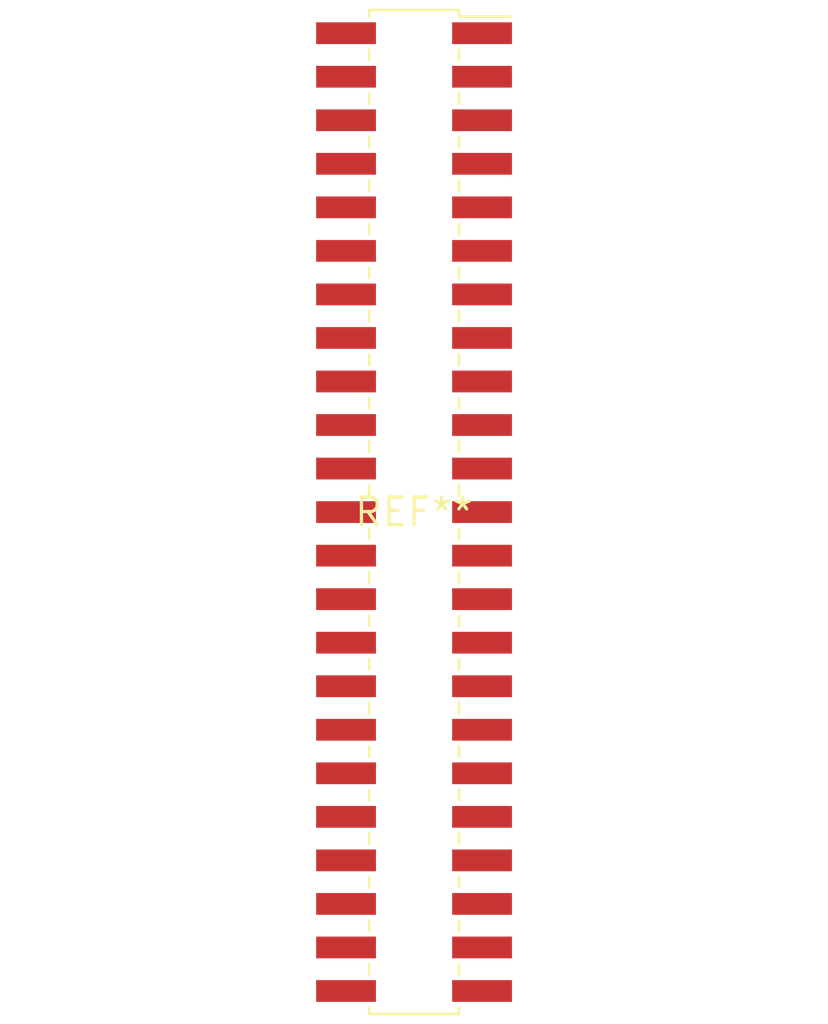
<source format=kicad_pcb>
(kicad_pcb (version 20240108) (generator pcbnew)
  (layers (0 "F.Cu" signal) (31 "B.Cu" signal) (34 "B.Paste" user) (35 "F.Paste" user) (36 "B.SilkS" user "B.Silkscreen") (37 "F.SilkS" user "F.Silkscreen") (38 "B.Mask" user) (39 "F.Mask" user) (44 "Edge.Cuts" user))
  (net 0 "")
  (footprint "PinSocket_2x23_P2.00mm_Vertical_SMD" (layer "F.Cu") (at 0 0)
    (property "Reference" "REF**")
    (property "Value" "PinSocket_2x23_P2.00mm_Vertical_SMD")
    (fp_line (start -2.06 -23.06) (end -2.06 -22.76) (layer "F.SilkS") (stroke (width 0.12)))
    (fp_line (start -2.06 -23.06) (end 2.06 -23.06) (layer "F.SilkS") (stroke (width 0.12)))
    (fp_line (start -2.06 -21.24) (end -2.06 -20.76) (layer "F.SilkS") (stroke (width 0.12)))
    (fp_line (start -2.06 -19.24) (end -2.06 -18.76) (layer "F.SilkS") (stroke (width 0.12)))
    (fp_line (start -2.06 -17.24) (end -2.06 -16.76) (layer "F.SilkS") (stroke (width 0.12)))
    (fp_line (start -2.06 -15.24) (end -2.06 -14.76) (layer "F.SilkS") (stroke (width 0.12)))
    (fp_line (start -2.06 -13.24) (end -2.06 -12.76) (layer "F.SilkS") (stroke (width 0.12)))
    (fp_line (start -2.06 -11.24) (end -2.06 -10.76) (layer "F.SilkS") (stroke (width 0.12)))
    (fp_line (start -2.06 -9.24) (end -2.06 -8.76) (layer "F.SilkS") (stroke (width 0.12)))
    (fp_line (start -2.06 -7.24) (end -2.06 -6.76) (layer "F.SilkS") (stroke (width 0.12)))
    (fp_line (start -2.06 -5.24) (end -2.06 -4.76) (layer "F.SilkS") (stroke (width 0.12)))
    (fp_line (start -2.06 -3.24) (end -2.06 -2.76) (layer "F.SilkS") (stroke (width 0.12)))
    (fp_line (start -2.06 -1.24) (end -2.06 -0.76) (layer "F.SilkS") (stroke (width 0.12)))
    (fp_line (start -2.06 0.76) (end -2.06 1.24) (layer "F.SilkS") (stroke (width 0.12)))
    (fp_line (start -2.06 2.76) (end -2.06 3.24) (layer "F.SilkS") (stroke (width 0.12)))
    (fp_line (start -2.06 4.76) (end -2.06 5.24) (layer "F.SilkS") (stroke (width 0.12)))
    (fp_line (start -2.06 6.76) (end -2.06 7.24) (layer "F.SilkS") (stroke (width 0.12)))
    (fp_line (start -2.06 8.76) (end -2.06 9.24) (layer "F.SilkS") (stroke (width 0.12)))
    (fp_line (start -2.06 10.76) (end -2.06 11.24) (layer "F.SilkS") (stroke (width 0.12)))
    (fp_line (start -2.06 12.76) (end -2.06 13.24) (layer "F.SilkS") (stroke (width 0.12)))
    (fp_line (start -2.06 14.76) (end -2.06 15.24) (layer "F.SilkS") (stroke (width 0.12)))
    (fp_line (start -2.06 16.76) (end -2.06 17.24) (layer "F.SilkS") (stroke (width 0.12)))
    (fp_line (start -2.06 18.76) (end -2.06 19.24) (layer "F.SilkS") (stroke (width 0.12)))
    (fp_line (start -2.06 20.76) (end -2.06 21.24) (layer "F.SilkS") (stroke (width 0.12)))
    (fp_line (start -2.06 22.76) (end -2.06 23.06) (layer "F.SilkS") (stroke (width 0.12)))
    (fp_line (start -2.06 23.06) (end 2.06 23.06) (layer "F.SilkS") (stroke (width 0.12)))
    (fp_line (start 2.06 -23.06) (end 2.06 -22.76) (layer "F.SilkS") (stroke (width 0.12)))
    (fp_line (start 2.06 -22.76) (end 4.44 -22.76) (layer "F.SilkS") (stroke (width 0.12)))
    (fp_line (start 2.06 -21.24) (end 2.06 -20.76) (layer "F.SilkS") (stroke (width 0.12)))
    (fp_line (start 2.06 -19.24) (end 2.06 -18.76) (layer "F.SilkS") (stroke (width 0.12)))
    (fp_line (start 2.06 -17.24) (end 2.06 -16.76) (layer "F.SilkS") (stroke (width 0.12)))
    (fp_line (start 2.06 -15.24) (end 2.06 -14.76) (layer "F.SilkS") (stroke (width 0.12)))
    (fp_line (start 2.06 -13.24) (end 2.06 -12.76) (layer "F.SilkS") (stroke (width 0.12)))
    (fp_line (start 2.06 -11.24) (end 2.06 -10.76) (layer "F.SilkS") (stroke (width 0.12)))
    (fp_line (start 2.06 -9.24) (end 2.06 -8.76) (layer "F.SilkS") (stroke (width 0.12)))
    (fp_line (start 2.06 -7.24) (end 2.06 -6.76) (layer "F.SilkS") (stroke (width 0.12)))
    (fp_line (start 2.06 -5.24) (end 2.06 -4.76) (layer "F.SilkS") (stroke (width 0.12)))
    (fp_line (start 2.06 -3.24) (end 2.06 -2.76) (layer "F.SilkS") (stroke (width 0.12)))
    (fp_line (start 2.06 -1.24) (end 2.06 -0.76) (layer "F.SilkS") (stroke (width 0.12)))
    (fp_line (start 2.06 0.76) (end 2.06 1.24) (layer "F.SilkS") (stroke (width 0.12)))
    (fp_line (start 2.06 2.76) (end 2.06 3.24) (layer "F.SilkS") (stroke (width 0.12)))
    (fp_line (start 2.06 4.76) (end 2.06 5.24) (layer "F.SilkS") (stroke (width 0.12)))
    (fp_line (start 2.06 6.76) (end 2.06 7.24) (layer "F.SilkS") (stroke (width 0.12)))
    (fp_line (start 2.06 8.76) (end 2.06 9.24) (layer "F.SilkS") (stroke (width 0.12)))
    (fp_line (start 2.06 10.76) (end 2.06 11.24) (layer "F.SilkS") (stroke (width 0.12)))
    (fp_line (start 2.06 12.76) (end 2.06 13.24) (layer "F.SilkS") (stroke (width 0.12)))
    (fp_line (start 2.06 14.76) (end 2.06 15.24) (layer "F.SilkS") (stroke (width 0.12)))
    (fp_line (start 2.06 16.76) (end 2.06 17.24) (layer "F.SilkS") (stroke (width 0.12)))
    (fp_line (start 2.06 18.76) (end 2.06 19.24) (layer "F.SilkS") (stroke (width 0.12)))
    (fp_line (start 2.06 20.76) (end 2.06 21.24) (layer "F.SilkS") (stroke (width 0.12)))
    (fp_line (start 2.06 22.76) (end 2.06 23.06) (layer "F.SilkS") (stroke (width 0.12)))
    (pad "1" smd rect (at 3.125 -22) (size 2.75 1) (layers "F.Cu" "F.Paste" "F.Mask"))
    (pad "2" smd rect (at -3.125 -22) (size 2.75 1) (layers "F.Cu" "F.Paste" "F.Mask"))
    (pad "3" smd rect (at 3.125 -20) (size 2.75 1) (layers "F.Cu" "F.Paste" "F.Mask"))
    (pad "4" smd rect (at -3.125 -20) (size 2.75 1) (layers "F.Cu" "F.Paste" "F.Mask"))
    (pad "5" smd rect (at 3.125 -18) (size 2.75 1) (layers "F.Cu" "F.Paste" "F.Mask"))
    (pad "6" smd rect (at -3.125 -18) (size 2.75 1) (layers "F.Cu" "F.Paste" "F.Mask"))
    (pad "7" smd rect (at 3.125 -16) (size 2.75 1) (layers "F.Cu" "F.Paste" "F.Mask"))
    (pad "8" smd rect (at -3.125 -16) (size 2.75 1) (layers "F.Cu" "F.Paste" "F.Mask"))
    (pad "9" smd rect (at 3.125 -14) (size 2.75 1) (layers "F.Cu" "F.Paste" "F.Mask"))
    (pad "10" smd rect (at -3.125 -14) (size 2.75 1) (layers "F.Cu" "F.Paste" "F.Mask"))
    (pad "11" smd rect (at 3.125 -12) (size 2.75 1) (layers "F.Cu" "F.Paste" "F.Mask"))
    (pad "12" smd rect (at -3.125 -12) (size 2.75 1) (layers "F.Cu" "F.Paste" "F.Mask"))
    (pad "13" smd rect (at 3.125 -10) (size 2.75 1) (layers "F.Cu" "F.Paste" "F.Mask"))
    (pad "14" smd rect (at -3.125 -10) (size 2.75 1) (layers "F.Cu" "F.Paste" "F.Mask"))
    (pad "15" smd rect (at 3.125 -8) (size 2.75 1) (layers "F.Cu" "F.Paste" "F.Mask"))
    (pad "16" smd rect (at -3.125 -8) (size 2.75 1) (layers "F.Cu" "F.Paste" "F.Mask"))
    (pad "17" smd rect (at 3.125 -6) (size 2.75 1) (layers "F.Cu" "F.Paste" "F.Mask"))
    (pad "18" smd rect (at -3.125 -6) (size 2.75 1) (layers "F.Cu" "F.Paste" "F.Mask"))
    (pad "19" smd rect (at 3.125 -4) (size 2.75 1) (layers "F.Cu" "F.Paste" "F.Mask"))
    (pad "20" smd rect (at -3.125 -4) (size 2.75 1) (layers "F.Cu" "F.Paste" "F.Mask"))
    (pad "21" smd rect (at 3.125 -2) (size 2.75 1) (layers "F.Cu" "F.Paste" "F.Mask"))
    (pad "22" smd rect (at -3.125 -2) (size 2.75 1) (layers "F.Cu" "F.Paste" "F.Mask"))
    (pad "23" smd rect (at 3.125 0) (size 2.75 1) (layers "F.Cu" "F.Paste" "F.Mask"))
    (pad "24" smd rect (at -3.125 0) (size 2.75 1) (layers "F.Cu" "F.Paste" "F.Mask"))
    (pad "25" smd rect (at 3.125 2) (size 2.75 1) (layers "F.Cu" "F.Paste" "F.Mask"))
    (pad "26" smd rect (at -3.125 2) (size 2.75 1) (layers "F.Cu" "F.Paste" "F.Mask"))
    (pad "27" smd rect (at 3.125 4) (size 2.75 1) (layers "F.Cu" "F.Paste" "F.Mask"))
    (pad "28" smd rect (at -3.125 4) (size 2.75 1) (layers "F.Cu" "F.Paste" "F.Mask"))
    (pad "29" smd rect (at 3.125 6) (size 2.75 1) (layers "F.Cu" "F.Paste" "F.Mask"))
    (pad "30" smd rect (at -3.125 6) (size 2.75 1) (layers "F.Cu" "F.Paste" "F.Mask"))
    (pad "31" smd rect (at 3.125 8) (size 2.75 1) (layers "F.Cu" "F.Paste" "F.Mask"))
    (pad "32" smd rect (at -3.125 8) (size 2.75 1) (layers "F.Cu" "F.Paste" "F.Mask"))
    (pad "33" smd rect (at 3.125 10) (size 2.75 1) (layers "F.Cu" "F.Paste" "F.Mask"))
    (pad "34" smd rect (at -3.125 10) (size 2.75 1) (layers "F.Cu" "F.Paste" "F.Mask"))
    (pad "35" smd rect (at 3.125 12) (size 2.75 1) (layers "F.Cu" "F.Paste" "F.Mask"))
    (pad "36" smd rect (at -3.125 12) (size 2.75 1) (layers "F.Cu" "F.Paste" "F.Mask"))
    (pad "37" smd rect (at 3.125 14) (size 2.75 1) (layers "F.Cu" "F.Paste" "F.Mask"))
    (pad "38" smd rect (at -3.125 14) (size 2.75 1) (layers "F.Cu" "F.Paste" "F.Mask"))
    (pad "39" smd rect (at 3.125 16) (size 2.75 1) (layers "F.Cu" "F.Paste" "F.Mask"))
    (pad "40" smd rect (at -3.125 16) (size 2.75 1) (layers "F.Cu" "F.Paste" "F.Mask"))
    (pad "41" smd rect (at 3.125 18) (size 2.75 1) (layers "F.Cu" "F.Paste" "F.Mask"))
    (pad "42" smd rect (at -3.125 18) (size 2.75 1) (layers "F.Cu" "F.Paste" "F.Mask"))
    (pad "43" smd rect (at 3.125 20) (size 2.75 1) (layers "F.Cu" "F.Paste" "F.Mask"))
    (pad "44" smd rect (at -3.125 20) (size 2.75 1) (layers "F.Cu" "F.Paste" "F.Mask"))
    (pad "45" smd rect (at 3.125 22) (size 2.75 1) (layers "F.Cu" "F.Paste" "F.Mask"))
    (pad "46" smd rect (at -3.125 22) (size 2.75 1) (layers "F.Cu" "F.Paste" "F.Mask"))
  )
)
</source>
